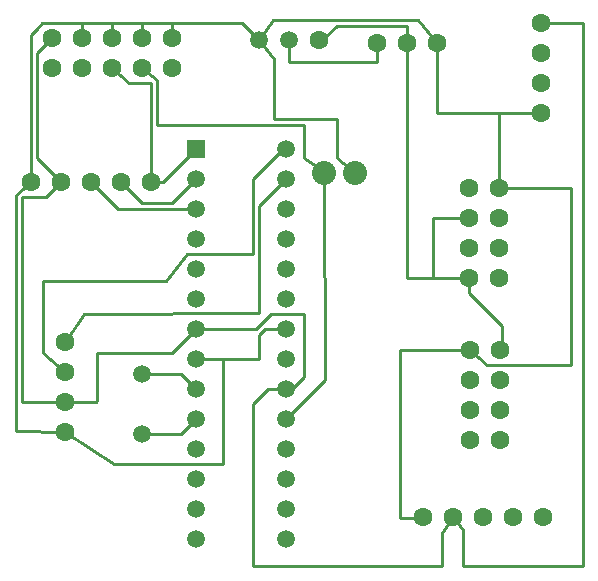
<source format=gtl>
G04 Layer: TopLayer*
G04 EasyEDA v5.9.42, Sun, 03 Mar 2019 13:32:01 GMT*
G04 8358539c5ca44937bce32fba3cbe82d4*
G04 Gerber Generator version 0.2*
G04 Scale: 100 percent, Rotated: No, Reflected: No *
G04 Dimensions in millimeters *
G04 leading zeros omitted , absolute positions ,3 integer and 3 decimal *
%FSLAX33Y33*%
%MOMM*%
G90*
G71D02*

%ADD10C,0.254000*%
%ADD11C,2.032000*%
%ADD12C,1.499997*%
%ADD13R,1.499997X1.499997*%
%ADD14C,1.599997*%

%LPD*%
G54D10*
G01X11938Y16979D02*
G01X15240Y16979D01*
G01X16510Y15709D01*
G01X11938Y11899D02*
G01X15240Y11899D01*
G01X16510Y13169D01*
G01X16510Y13169D01*
G01X12700Y33235D02*
G01X13716Y33235D01*
G01X16510Y36029D01*
G01X16510Y33489D02*
G01X14478Y31457D01*
G01X11938Y31457D01*
G01X10160Y33235D01*
G01X16510Y30949D02*
G01X9906Y30949D01*
G01X7620Y33235D01*
G01X27391Y33997D02*
G01X27391Y33997D01*
G01X27432Y16471D01*
G01X24130Y13169D01*
G01X24130Y36029D02*
G01X23876Y36029D01*
G01X21336Y33489D01*
G01X21336Y27139D01*
G01X15748Y27139D01*
G01X13982Y24853D01*
G01X3556Y24853D01*
G01X3556Y18757D01*
G01X5427Y17142D01*
G01X24130Y33489D02*
G01X21844Y31203D01*
G01X21844Y22072D01*
G01X7012Y22037D01*
G01X5427Y19682D01*
G01X12700Y33235D02*
G01X12700Y41617D01*
G01X10878Y41617D01*
G01X9398Y42880D01*
G01X11938Y42880D02*
G01X13208Y41828D01*
G01X13208Y38061D01*
G01X25654Y38061D01*
G01X25654Y35267D01*
G01X27475Y34069D01*
G01X27391Y33997D01*
G01X24442Y45209D02*
G01X24442Y43395D01*
G01X31865Y43395D01*
G01X31865Y44955D01*
G01X14478Y45420D02*
G01X14478Y46697D01*
G01X20413Y46697D01*
G01X21902Y45209D01*
G01X21902Y45209D02*
G01X23022Y46951D01*
G01X35359Y46951D01*
G01X36946Y44945D01*
G01X21902Y45209D02*
G01X23114Y43649D01*
G01X23114Y38569D01*
G01X28448Y38569D01*
G01X28448Y35267D01*
G01X29972Y33997D01*
G01X24130Y20789D02*
G01X22352Y20789D01*
G01X21844Y20281D01*
G01X21844Y18249D01*
G01X16510Y18249D01*
G01X16510Y18249D02*
G01X18796Y18249D01*
G01X18796Y9359D01*
G01X9624Y9359D01*
G01X5427Y12062D01*
G01X5428Y14602D02*
G01X8036Y14602D01*
G01X8128Y14693D01*
G01X8128Y18757D01*
G01X14478Y18757D01*
G01X16510Y20789D01*
G01X5427Y14602D02*
G01X1778Y14602D01*
G01X1778Y31965D01*
G01X3810Y31965D01*
G01X5080Y33235D01*
G01X2540Y33235D02*
G01X1270Y32146D01*
G01X1270Y12143D01*
G01X5427Y12062D01*
G01X6858Y45420D02*
G01X6858Y46697D01*
G01X6858Y46697D01*
G01X3515Y46697D01*
G01X3048Y46189D01*
G01X2540Y45686D01*
G01X2540Y33235D01*
G01X26982Y45209D02*
G01X27213Y45209D01*
G01X28448Y46443D01*
G01X34406Y46443D01*
G01X34406Y44955D01*
G01X34405Y44955D02*
G01X34405Y25105D01*
G01X39674Y25105D01*
G01X39673Y25105D02*
G01X39673Y23788D01*
G01X42418Y21043D01*
G01X42418Y19129D01*
G01X42297Y19009D01*
G01X36945Y44955D02*
G01X36945Y39072D01*
G01X45707Y39072D01*
G01X42214Y32725D02*
G01X42204Y38016D01*
G01X42204Y39072D01*
G01X45707Y39071D01*
G01X42214Y32725D02*
G01X48260Y32727D01*
G01X48260Y17744D01*
G01X41148Y17741D01*
G01X39756Y19009D01*
G01X39756Y19009D02*
G01X33782Y19011D01*
G01X33782Y4787D01*
G01X35704Y4787D01*
G01X35740Y4823D01*
G01X24130Y15709D02*
G01X22606Y15709D01*
G01X21336Y14439D01*
G01X21336Y723D01*
G01X37338Y723D01*
G01X37338Y3517D01*
G01X38280Y4823D01*
G01X38280Y4823D01*
G01X16510Y20789D02*
G01X21590Y20789D01*
G01X22860Y22059D01*
G01X25654Y22059D01*
G01X25654Y16725D01*
G01X24130Y15201D01*
G01X45707Y46692D02*
G01X49276Y46697D01*
G01X49276Y723D01*
G01X39116Y723D01*
G01X39116Y3771D01*
G01X38280Y4823D01*
G01X39674Y30185D02*
G01X36578Y30185D01*
G01X36576Y30187D01*
G01X36576Y25204D01*
G01X36647Y25105D01*
G01X14478Y45420D02*
G01X14478Y46697D01*
G01X11938Y46697D01*
G01X11938Y45420D01*
G01X11938Y45420D02*
G01X11938Y46697D01*
G01X9398Y46697D01*
G01X9398Y46697D02*
G01X6858Y46697D01*
G01X6858Y45420D01*
G01X4318Y45420D02*
G01X3048Y44162D01*
G01X3048Y35267D01*
G01X5080Y33235D01*
G01X9398Y46697D02*
G01X9398Y45419D01*
G54D11*
G01X29972Y33997D03*
G01X27391Y33997D03*
G54D12*
G01X11938Y16979D03*
G01X11938Y11899D03*
G01X24130Y3009D03*
G01X24130Y5549D03*
G01X24130Y8089D03*
G01X24130Y10629D03*
G01X24130Y13169D03*
G01X24130Y15709D03*
G01X24130Y18249D03*
G01X24130Y20789D03*
G01X24130Y23329D03*
G01X24130Y25869D03*
G01X24130Y28409D03*
G01X24130Y30949D03*
G01X24130Y33489D03*
G01X24130Y36029D03*
G01X16510Y3009D03*
G01X16510Y5549D03*
G01X16510Y8089D03*
G01X16510Y10629D03*
G01X16510Y13169D03*
G01X16510Y15709D03*
G01X16510Y18249D03*
G01X16510Y20789D03*
G01X16510Y23329D03*
G01X16510Y25869D03*
G01X16510Y28409D03*
G01X16510Y30949D03*
G01X16510Y33489D03*
G54D13*
G01X16510Y36029D03*
G54D14*
G01X45707Y41611D03*
G01X45707Y44151D03*
G01X45707Y39071D03*
G01X45707Y46691D03*
G01X35740Y4823D03*
G01X38280Y4823D03*
G01X40820Y4823D03*
G01X43360Y4823D03*
G01X45900Y4823D03*
G01X39673Y30185D03*
G01X42213Y30185D03*
G01X39673Y27645D03*
G01X42213Y27645D03*
G01X39673Y25105D03*
G01X42213Y25105D03*
G01X39673Y32725D03*
G01X42213Y32725D03*
G01X39757Y16469D03*
G01X42297Y16469D03*
G01X39757Y13929D03*
G01X42297Y13929D03*
G01X39757Y11389D03*
G01X42297Y11389D03*
G01X39757Y19009D03*
G01X42297Y19009D03*
G01X26982Y45209D03*
G54D12*
G01X21902Y45209D03*
G01X24442Y45209D03*
G54D14*
G01X31865Y44955D03*
G01X34405Y44955D03*
G01X36945Y44955D03*
G01X5080Y33235D03*
G01X7620Y33235D03*
G01X10160Y33235D03*
G01X2540Y33235D03*
G01X12700Y33235D03*
G01X6858Y42879D03*
G01X6858Y45419D03*
G01X9398Y42879D03*
G01X9398Y45419D03*
G01X11938Y42879D03*
G01X11938Y45419D03*
G01X4318Y42879D03*
G01X4318Y45419D03*
G01X14478Y42879D03*
G01X14478Y45419D03*
G01X5427Y12062D03*
G01X5427Y14602D03*
G01X5427Y17142D03*
G01X5427Y19682D03*
M00*
M02*

</source>
